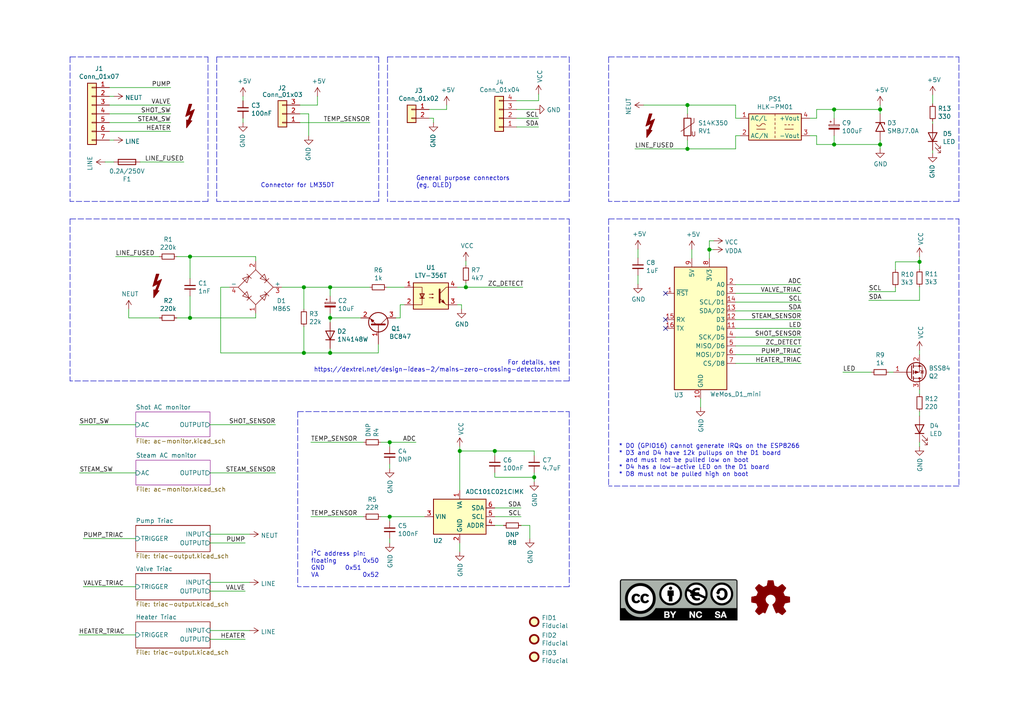
<source format=kicad_sch>
(kicad_sch (version 20201015) (generator eeschema)
  (paper "A4")
  (title_block (title "MadPresso controller") (date "2021-01-08") (rev "1.3"))
  (lib_symbols
    (symbol "Connector_Generic:Conn_01x02" (pin_names (offset 1.016) hide)
      (property "Reference" "J" (at 0 2.54 0))
      (property "Value" "Conn_01x02" (at 0 -5.08 0))
      (symbol "Conn_01x02_1_1"
        (pin passive line (at -5.08 0 0) (length 3.81) (name "Pin_1") (number "1"))
        (pin passive line (at -5.08 -2.54 0) (length 3.81) (name "Pin_2") (number "2"))
      )
    )
    (symbol "Connector_Generic:Conn_01x03" (pin_names (offset 1.016) hide)
      (property "Reference" "J" (at 0 5.08 0))
      (property "Value" "Conn_01x03" (at 0 -5.08 0))
      (symbol "Conn_01x03_1_1"
        (pin passive line (at -5.08 2.54 0) (length 3.81) (name "Pin_1") (number "1"))
        (pin passive line (at -5.08 0 0) (length 3.81) (name "Pin_2") (number "2"))
        (pin passive line (at -5.08 -2.54 0) (length 3.81) (name "Pin_3") (number "3"))
      )
    )
    (symbol "Connector_Generic:Conn_01x04" (pin_names (offset 1.016) hide)
      (property "Reference" "J" (at 0 5.08 0))
      (property "Value" "Conn_01x04" (at 0 -7.62 0))
      (symbol "Conn_01x04_1_1"
        (pin passive line (at -5.08 2.54 0) (length 3.81) (name "Pin_1") (number "1"))
        (pin passive line (at -5.08 0 0) (length 3.81) (name "Pin_2") (number "2"))
        (pin passive line (at -5.08 -2.54 0) (length 3.81) (name "Pin_3") (number "3"))
        (pin passive line (at -5.08 -5.08 0) (length 3.81) (name "Pin_4") (number "4"))
      )
    )
    (symbol "Connector_Generic:Conn_01x07" (pin_names (offset 1.016) hide)
      (property "Reference" "J" (at 0 10.16 0))
      (property "Value" "Conn_01x07" (at 0 -10.16 0))
      (symbol "Conn_01x07_1_1"
        (pin passive line (at -5.08 7.62 0) (length 3.81) (name "Pin_1") (number "1"))
        (pin passive line (at -5.08 5.08 0) (length 3.81) (name "Pin_2") (number "2"))
        (pin passive line (at -5.08 2.54 0) (length 3.81) (name "Pin_3") (number "3"))
        (pin passive line (at -5.08 0 0) (length 3.81) (name "Pin_4") (number "4"))
        (pin passive line (at -5.08 -2.54 0) (length 3.81) (name "Pin_5") (number "5"))
        (pin passive line (at -5.08 -5.08 0) (length 3.81) (name "Pin_6") (number "6"))
        (pin passive line (at -5.08 -7.62 0) (length 3.81) (name "Pin_7") (number "7"))
      )
    )
    (symbol "Converter_ACDC:HLK-PM01"
      (property "Reference" "PS" (at 0 5.08 0))
      (property "Value" "HLK-PM01" (at 0 -5.08 0))
      (symbol "HLK-PM01_1_1"
        (pin power_in line (at -10.16 2.54 0) (length 2.54) (name "AC/L") (number "1"))
        (pin power_in line (at -10.16 -2.54 0) (length 2.54) (name "AC/N") (number "2"))
        (pin power_out line (at 10.16 -2.54 180) (length 2.54) (name "-Vout") (number "3"))
        (pin power_out line (at 10.16 2.54 180) (length 2.54) (name "+Vout") (number "4"))
      )
    )
    (symbol "Device:C_Polarized_Small" (pin_numbers hide) (pin_names (offset 0.254) hide)
      (property "Reference" "C" (at 0.254 1.778 0))
      (property "Value" "C_Polarized_Small" (at 0.254 -2.032 0))
      (symbol "C_Polarized_Small_1_1"
        (pin passive line (at 0 2.54 270) (length 1.8542) (name "~") (number "1"))
        (pin passive line (at 0 -2.54 90) (length 1.8542) (name "~") (number "2"))
      )
    )
    (symbol "Device:C_Small" (pin_numbers hide) (pin_names (offset 0.254) hide)
      (property "Reference" "C" (at 0.254 1.778 0))
      (property "Value" "C_Small" (at 0.254 -2.032 0))
      (symbol "C_Small_1_1"
        (pin passive line (at 0 2.54 270) (length 2.032) (name "~") (number "1"))
        (pin passive line (at 0 -2.54 90) (length 2.032) (name "~") (number "2"))
      )
    )
    (symbol "Device:Fuse" (pin_numbers hide) (pin_names (offset 0))
      (property "Reference" "F" (at 2.032 0 90))
      (property "Value" "Fuse" (at -1.905 0 90))
      (symbol "Fuse_1_1"
        (pin passive line (at 0 3.81 270) (length 1.27) (name "~") (number "1"))
        (pin passive line (at 0 -3.81 90) (length 1.27) (name "~") (number "2"))
      )
    )
    (symbol "Device:LED" (pin_numbers hide) (pin_names (offset 1.016) hide)
      (property "Reference" "D" (at 0 2.54 0))
      (property "Value" "LED" (at 0 -2.54 0))
      (symbol "LED_1_1"
        (pin passive line (at -3.81 0 0) (length 2.54) (name "K") (number "1"))
        (pin passive line (at 3.81 0 180) (length 2.54) (name "A") (number "2"))
      )
    )
    (symbol "Device:R_Small" (pin_numbers hide) (pin_names (offset 0.254) hide)
      (property "Reference" "R" (at 0.762 0.508 0))
      (property "Value" "R_Small" (at 0.762 -1.016 0))
      (symbol "R_Small_1_1"
        (pin passive line (at 0 2.54 270) (length 0.762) (name "~") (number "1"))
        (pin passive line (at 0 -2.54 90) (length 0.762) (name "~") (number "2"))
      )
    )
    (symbol "Device:Varistor" (pin_numbers hide) (pin_names (offset 0))
      (property "Reference" "RV" (at 3.175 0 90))
      (property "Value" "Varistor" (at -3.175 0 90))
      (symbol "Varistor_0_0"
        (text "U" (at -1.778 -2.032 0) (effects (font (size 1.27 1.27))))
      )
      (symbol "Varistor_1_1"
        (pin passive line (at 0 3.81 270) (length 1.27) (name "~") (number "1"))
        (pin passive line (at 0 -3.81 90) (length 1.27) (name "~") (number "2"))
      )
    )
    (symbol "Diode:1N4148W" (pin_numbers hide) (pin_names (offset 1.016) hide)
      (property "Reference" "D" (at 0 2.54 0))
      (property "Value" "1N4148W" (at 0 -2.54 0))
      (symbol "1N4148W_1_1"
        (pin passive line (at -3.81 0 0) (length 2.54) (name "K") (number "1"))
        (pin passive line (at 3.81 0 180) (length 2.54) (name "A") (number "2"))
      )
    )
    (symbol "Diode:SM6T7V5A" (pin_numbers hide) (pin_names (offset 1.016) hide)
      (property "Reference" "D" (at 0 2.54 0))
      (property "Value" "SM6T7V5A" (at 0 -2.54 0))
      (symbol "SM6T7V5A_1_1"
        (pin passive line (at -3.81 0 0) (length 2.54) (name "A1") (number "1"))
        (pin passive line (at 3.81 0 180) (length 2.54) (name "A2") (number "2"))
      )
    )
    (symbol "Diode_Bridge:MB6S" (pin_names (offset 0))
      (property "Reference" "D" (at 2.54 6.985 0))
      (property "Value" "MB6S" (at 2.54 5.08 0))
      (symbol "MB6S_1_1"
        (pin passive line (at 0 -7.62 90) (length 2.54) (name "~~") (number "1"))
        (pin passive line (at 0 7.62 270) (length 2.54) (name "~~") (number "2"))
        (pin passive line (at 7.62 0 180) (length 2.54) (name "+") (number "3"))
        (pin passive line (at -7.62 0 0) (length 2.54) (name "-") (number "4"))
      )
    )
    (symbol "Graphic:Logo_Open_Hardware_Small" (pin_names (offset 1.016)))
    (symbol "Graphic:SYM_Flash_Small" (pin_names (offset 1.016)))
    (symbol "Isolator:LTV-356T" (pin_names (offset 1.016))
      (property "Reference" "U" (at -5.334 4.826 0))
      (property "Value" "LTV-356T" (at 0 5.08 0))
      (symbol "LTV-356T_1_1"
        (pin passive line (at -7.62 2.54 0) (length 2.54) (name "~") (number "1"))
        (pin passive line (at -7.62 -2.54 0) (length 2.54) (name "~") (number "2"))
        (pin passive line (at 7.62 -2.54 180) (length 2.54) (name "~") (number "3"))
        (pin passive line (at 7.62 2.54 180) (length 2.54) (name "~") (number "4"))
      )
    )
    (symbol "MCU_Module:WeMos_D1_mini"
      (property "Reference" "U" (at 3.81 19.05 0))
      (property "Value" "WeMos_D1_mini" (at 1.27 -19.05 0))
      (symbol "WeMos_D1_mini_1_1"
        (pin input line (at -10.16 10.16 0) (length 2.54) (name "~RST") (number "1"))
        (pin power_in line (at 0 -20.32 90) (length 2.54) (name "GND") (number "10"))
        (pin bidirectional line (at 10.16 0 180) (length 2.54) (name "D4") (number "11"))
        (pin bidirectional line (at 10.16 2.54 180) (length 2.54) (name "D3") (number "12"))
        (pin bidirectional line (at 10.16 5.08 180) (length 2.54) (name "SDA/D2") (number "13"))
        (pin bidirectional line (at 10.16 7.62 180) (length 2.54) (name "SCL/D1") (number "14"))
        (pin input line (at -10.16 2.54 0) (length 2.54) (name "RX") (number "15"))
        (pin output line (at -10.16 0 0) (length 2.54) (name "TX") (number "16"))
        (pin input line (at 10.16 12.7 180) (length 2.54) (name "A0") (number "2"))
        (pin bidirectional line (at 10.16 10.16 180) (length 2.54) (name "D0") (number "3"))
        (pin bidirectional line (at 10.16 -2.54 180) (length 2.54) (name "SCK/D5") (number "4"))
        (pin bidirectional line (at 10.16 -5.08 180) (length 2.54) (name "MISO/D6") (number "5"))
        (pin bidirectional line (at 10.16 -7.62 180) (length 2.54) (name "MOSI/D7") (number "6"))
        (pin bidirectional line (at 10.16 -10.16 180) (length 2.54) (name "CS/D8") (number "7"))
        (pin power_out line (at 2.54 20.32 270) (length 2.54) (name "3V3") (number "8"))
        (pin power_in line (at -2.54 20.32 270) (length 2.54) (name "5V") (number "9"))
      )
    )
    (symbol "MadPresso:ADC101C021CIMK_1"
      (property "Reference" "U" (at 3.81 11.43 0))
      (property "Value" "ADC101C021CIMK" (at 11.43 8.89 0))
      (symbol "ADC101C021CIMK_1_1_1"
        (pin power_in line (at 0 7.62 270) (length 2.54) (name "VA") (number "1"))
        (pin power_in line (at 0 -7.62 90) (length 2.54) (name "GND") (number "2"))
        (pin input line (at -10.16 0 0) (length 2.54) (name "VIN") (number "3"))
        (pin input line (at 10.16 -2.54 180) (length 2.54) (name "ADDR") (number "4"))
        (pin input line (at 10.16 0 180) (length 2.54) (name "SCL") (number "5"))
        (pin bidirectional line (at 10.16 2.54 180) (length 2.54) (name "SDA") (number "6"))
      )
    )
    (symbol "Mechanical:Fiducial"
      (property "Reference" "FID" (at 0 5.08 0))
      (property "Value" "Fiducial" (at 0 3.175 0))
    )
    (symbol "Transistor_BJT:BC847" (pin_names (offset 0) hide)
      (property "Reference" "Q" (at 5.08 1.905 0))
      (property "Value" "BC847" (at 5.08 0 0))
      (symbol "BC847_1_1"
        (pin input line (at -5.08 0 0) (length 5.715) (name "B") (number "1"))
        (pin passive line (at 2.54 -5.08 90) (length 2.54) (name "E") (number "2"))
        (pin passive line (at 2.54 5.08 270) (length 2.54) (name "C") (number "3"))
      )
    )
    (symbol "Transistor_FET:BSS84" (pin_names hide)
      (property "Reference" "Q" (at 5.08 1.905 0))
      (property "Value" "BSS84" (at 5.08 0 0))
      (symbol "BSS84_1_1"
        (pin input line (at -5.08 0 0) (length 2.54) (name "G") (number "1"))
        (pin passive line (at 2.54 -5.08 90) (length 2.54) (name "S") (number "2"))
        (pin passive line (at 2.54 5.08 270) (length 2.54) (name "D") (number "3"))
      )
    )
    (symbol "power:+5V" (power) (pin_names (offset 0))
      (property "Value" "+5V" (at 0 3.556 0))
      (symbol "+5V_1_1"
        (pin power_in line (at 0 0 90) (length 0) hide (name "+5V") (number "1"))
      )
    )
    (symbol "power:GND" (power) (pin_names (offset 0))
      (property "Value" "GND" (at 0 -3.81 0))
      (symbol "GND_1_1"
        (pin power_in line (at 0 0 270) (length 0) hide (name "GND") (number "1"))
      )
    )
    (symbol "power:LINE" (power) (pin_names (offset 0))
      (property "Value" "LINE" (at 0 3.81 0))
      (symbol "LINE_1_1"
        (pin power_in line (at 0 0 90) (length 0) hide (name "LINE") (number "1"))
      )
    )
    (symbol "power:NEUT" (power) (pin_names (offset 0))
      (property "Value" "NEUT" (at 0 3.81 0))
      (symbol "NEUT_1_1"
        (pin power_in line (at 0 0 90) (length 0) hide (name "NEUT") (number "1"))
      )
    )
    (symbol "power:VCC" (power) (pin_names (offset 0))
      (property "Value" "VCC" (at 0 3.81 0))
      (symbol "VCC_1_1"
        (pin power_in line (at 0 0 90) (length 0) hide (name "VCC") (number "1"))
      )
    )
    (symbol "power:VDDA" (power) (pin_names (offset 0))
      (property "Value" "VDDA" (at 0 3.81 0))
      (symbol "VDDA_1_1"
        (pin power_in line (at 0 0 90) (length 0) hide (name "VDDA") (number "1"))
      )
    )
  )
  (junction (at 55.118 74.422) (diameter 1.016))
  (junction (at 55.118 92.202) (diameter 1.016))
  (junction (at 88.138 83.312) (diameter 1.016))
  (junction (at 88.138 102.362) (diameter 1.016))
  (junction (at 95.758 83.312) (diameter 1.016))
  (junction (at 95.758 92.202) (diameter 1.016))
  (junction (at 95.758 102.362) (diameter 1.016))
  (junction (at 113.03 128.27) (diameter 1.016))
  (junction (at 113.03 149.86) (diameter 1.016))
  (junction (at 133.35 130.81) (diameter 1.016))
  (junction (at 135.128 83.312) (diameter 1.016))
  (junction (at 143.51 130.81) (diameter 1.016))
  (junction (at 154.94 138.43) (diameter 1.016))
  (junction (at 199.39 30.48) (diameter 1.016))
  (junction (at 199.39 43.18) (diameter 1.016))
  (junction (at 205.74 72.39) (diameter 1.016))
  (junction (at 241.935 31.75) (diameter 1.016))
  (junction (at 241.935 41.91) (diameter 1.016))
  (junction (at 255.27 31.75) (diameter 1.016))
  (junction (at 255.27 41.91) (diameter 1.016))
  (junction (at 266.7 75.946) (diameter 1.016))
  (no_connect (at 193.04 85.09))
  (no_connect (at 193.04 92.71))
  (no_connect (at 193.04 95.25))
  (wire (pts (xy 22.86 184.15) (xy 39.37 184.15)))
  (wire (pts (xy 23.0124 123.19) (xy 39.37 123.19)))
  (wire (pts (xy 23.0632 137.16) (xy 39.4208 137.16)))
  (wire (pts (xy 30.48 46.99) (xy 33.02 46.99)))
  (wire (pts (xy 31.75 25.4) (xy 49.53 25.4)))
  (wire (pts (xy 31.75 27.94) (xy 33.02 27.94)))
  (wire (pts (xy 31.75 30.48) (xy 49.53 30.48)))
  (wire (pts (xy 31.75 33.02) (xy 49.53 33.02)))
  (wire (pts (xy 31.75 35.56) (xy 49.53 35.56)))
  (wire (pts (xy 31.75 38.1) (xy 49.53 38.1)))
  (wire (pts (xy 31.75 40.64) (xy 33.02 40.64)))
  (wire (pts (xy 33.528 74.422) (xy 46.228 74.422)))
  (wire (pts (xy 37.338 92.202) (xy 37.338 89.662)))
  (wire (pts (xy 37.338 92.202) (xy 46.228 92.202)))
  (wire (pts (xy 39.37 156.21) (xy 24.13 156.21)))
  (wire (pts (xy 39.37 170.18) (xy 24.13 170.18)))
  (wire (pts (xy 40.64 46.99) (xy 53.34 46.99)))
  (wire (pts (xy 51.308 74.422) (xy 55.118 74.422)))
  (wire (pts (xy 51.308 92.202) (xy 55.118 92.202)))
  (wire (pts (xy 55.118 74.422) (xy 55.118 80.772)))
  (wire (pts (xy 55.118 74.422) (xy 74.168 74.422)))
  (wire (pts (xy 55.118 85.852) (xy 55.118 92.202)))
  (wire (pts (xy 55.118 92.202) (xy 74.168 92.202)))
  (wire (pts (xy 60.9092 123.19) (xy 79.9084 123.19)))
  (wire (pts (xy 60.96 137.16) (xy 79.9592 137.16)))
  (wire (pts (xy 60.96 154.94) (xy 72.39 154.94)))
  (wire (pts (xy 60.96 157.48) (xy 71.12 157.48)))
  (wire (pts (xy 60.96 168.91) (xy 72.39 168.91)))
  (wire (pts (xy 60.96 171.45) (xy 71.12 171.45)))
  (wire (pts (xy 60.96 182.88) (xy 72.39 182.88)))
  (wire (pts (xy 60.96 185.42) (xy 71.12 185.42)))
  (wire (pts (xy 64.008 83.312) (xy 64.008 102.362)))
  (wire (pts (xy 66.548 83.312) (xy 64.008 83.312)))
  (wire (pts (xy 70.485 27.94) (xy 70.485 29.21)))
  (wire (pts (xy 70.485 34.29) (xy 70.485 35.56)))
  (wire (pts (xy 74.168 74.422) (xy 74.168 75.692)))
  (wire (pts (xy 74.168 90.932) (xy 74.168 92.202)))
  (wire (pts (xy 81.788 83.312) (xy 88.138 83.312)))
  (wire (pts (xy 86.995 30.48) (xy 92.075 30.48)))
  (wire (pts (xy 86.995 33.02) (xy 89.535 33.02)))
  (wire (pts (xy 86.995 35.56) (xy 107.315 35.56)))
  (wire (pts (xy 88.138 83.312) (xy 88.138 89.662)))
  (wire (pts (xy 88.138 83.312) (xy 95.758 83.312)))
  (wire (pts (xy 88.138 94.742) (xy 88.138 102.362)))
  (wire (pts (xy 88.138 102.362) (xy 64.008 102.362)))
  (wire (pts (xy 88.138 102.362) (xy 95.758 102.362)))
  (wire (pts (xy 89.535 33.02) (xy 89.535 39.37)))
  (wire (pts (xy 90.17 128.27) (xy 105.41 128.27)))
  (wire (pts (xy 90.17 149.86) (xy 105.41 149.86)))
  (wire (pts (xy 92.075 30.48) (xy 92.075 27.94)))
  (wire (pts (xy 95.758 83.312) (xy 95.758 85.852)))
  (wire (pts (xy 95.758 83.312) (xy 107.188 83.312)))
  (wire (pts (xy 95.758 90.932) (xy 95.758 92.202)))
  (wire (pts (xy 95.758 92.202) (xy 95.758 93.472)))
  (wire (pts (xy 95.758 102.362) (xy 95.758 101.092)))
  (wire (pts (xy 95.758 102.362) (xy 109.728 102.362)))
  (wire (pts (xy 104.648 92.202) (xy 95.758 92.202)))
  (wire (pts (xy 109.728 102.362) (xy 109.728 99.822)))
  (wire (pts (xy 110.49 149.86) (xy 113.03 149.86)))
  (wire (pts (xy 112.268 83.312) (xy 117.348 83.312)))
  (wire (pts (xy 113.03 128.27) (xy 110.49 128.27)))
  (wire (pts (xy 113.03 128.27) (xy 113.03 129.54)))
  (wire (pts (xy 113.03 134.62) (xy 113.03 135.89)))
  (wire (pts (xy 113.03 149.86) (xy 113.03 151.13)))
  (wire (pts (xy 113.03 149.86) (xy 123.19 149.86)))
  (wire (pts (xy 113.03 156.21) (xy 113.03 157.48)))
  (wire (pts (xy 114.808 92.202) (xy 116.078 92.202)))
  (wire (pts (xy 116.078 88.392) (xy 116.078 92.202)))
  (wire (pts (xy 116.078 88.392) (xy 117.348 88.392)))
  (wire (pts (xy 120.65 128.27) (xy 113.03 128.27)))
  (wire (pts (xy 124.46 31.75) (xy 129.54 31.75)))
  (wire (pts (xy 124.46 34.29) (xy 125.73 34.29)))
  (wire (pts (xy 125.73 34.29) (xy 125.73 35.56)))
  (wire (pts (xy 129.54 31.75) (xy 129.54 30.48)))
  (wire (pts (xy 132.588 83.312) (xy 135.128 83.312)))
  (wire (pts (xy 132.588 88.392) (xy 133.858 88.392)))
  (wire (pts (xy 133.35 129.54) (xy 133.35 130.81)))
  (wire (pts (xy 133.35 130.81) (xy 133.35 142.24)))
  (wire (pts (xy 133.35 130.81) (xy 143.51 130.81)))
  (wire (pts (xy 133.35 157.48) (xy 133.35 160.02)))
  (wire (pts (xy 133.858 88.392) (xy 133.858 89.662)))
  (wire (pts (xy 135.128 76.962) (xy 135.128 75.692)))
  (wire (pts (xy 135.128 82.042) (xy 135.128 83.312)))
  (wire (pts (xy 135.128 83.312) (xy 151.638 83.312)))
  (wire (pts (xy 143.51 130.81) (xy 143.51 132.08)))
  (wire (pts (xy 143.51 130.81) (xy 154.94 130.81)))
  (wire (pts (xy 143.51 137.16) (xy 143.51 138.43)))
  (wire (pts (xy 143.51 138.43) (xy 154.94 138.43)))
  (wire (pts (xy 143.51 147.32) (xy 151.13 147.32)))
  (wire (pts (xy 143.51 149.86) (xy 151.13 149.86)))
  (wire (pts (xy 143.51 152.4) (xy 146.05 152.4)))
  (wire (pts (xy 149.86 29.21) (xy 156.21 29.21)))
  (wire (pts (xy 149.86 31.75) (xy 155.321 31.75)))
  (wire (pts (xy 149.86 34.29) (xy 156.21 34.29)))
  (wire (pts (xy 149.86 36.83) (xy 156.21 36.83)))
  (wire (pts (xy 151.13 152.4) (xy 153.67 152.4)))
  (wire (pts (xy 153.67 152.4) (xy 153.67 156.21)))
  (wire (pts (xy 154.94 130.81) (xy 154.94 132.08)))
  (wire (pts (xy 154.94 138.43) (xy 154.94 137.16)))
  (wire (pts (xy 154.94 138.43) (xy 154.94 139.7)))
  (wire (pts (xy 156.21 29.21) (xy 156.21 27.305)))
  (wire (pts (xy 184.15 43.18) (xy 199.39 43.18)))
  (wire (pts (xy 185.039 72.263) (xy 185.039 74.803)))
  (wire (pts (xy 185.039 79.883) (xy 185.039 82.423)))
  (wire (pts (xy 186.69 30.48) (xy 199.39 30.48)))
  (wire (pts (xy 199.39 30.48) (xy 213.36 30.48)))
  (wire (pts (xy 199.39 33.02) (xy 199.39 30.48)))
  (wire (pts (xy 199.39 43.18) (xy 199.39 40.64)))
  (wire (pts (xy 199.39 43.18) (xy 213.36 43.18)))
  (wire (pts (xy 200.66 72.39) (xy 200.66 74.93)))
  (wire (pts (xy 203.2 115.57) (xy 203.2 118.11)))
  (wire (pts (xy 205.74 69.85) (xy 207.01 69.85)))
  (wire (pts (xy 205.74 72.39) (xy 205.74 69.85)))
  (wire (pts (xy 205.74 72.39) (xy 205.74 74.93)))
  (wire (pts (xy 205.74 72.39) (xy 207.01 72.39)))
  (wire (pts (xy 213.36 34.29) (xy 213.36 30.48)))
  (wire (pts (xy 213.36 34.29) (xy 214.63 34.29)))
  (wire (pts (xy 213.36 39.37) (xy 213.36 43.18)))
  (wire (pts (xy 213.36 39.37) (xy 214.63 39.37)))
  (wire (pts (xy 213.36 82.55) (xy 232.41 82.55)))
  (wire (pts (xy 213.36 85.09) (xy 232.41 85.09)))
  (wire (pts (xy 213.36 87.63) (xy 232.41 87.63)))
  (wire (pts (xy 213.36 90.17) (xy 232.41 90.17)))
  (wire (pts (xy 213.36 92.71) (xy 232.41 92.71)))
  (wire (pts (xy 213.36 95.25) (xy 232.41 95.25)))
  (wire (pts (xy 213.36 97.79) (xy 232.41 97.79)))
  (wire (pts (xy 213.36 100.33) (xy 232.41 100.33)))
  (wire (pts (xy 213.36 102.87) (xy 232.41 102.87)))
  (wire (pts (xy 213.36 105.41) (xy 232.41 105.41)))
  (wire (pts (xy 234.95 34.29) (xy 236.855 34.29)))
  (wire (pts (xy 234.95 39.37) (xy 236.855 39.37)))
  (wire (pts (xy 236.855 31.75) (xy 236.855 34.29)))
  (wire (pts (xy 236.855 31.75) (xy 241.935 31.75)))
  (wire (pts (xy 236.855 39.37) (xy 236.855 41.91)))
  (wire (pts (xy 236.855 41.91) (xy 241.935 41.91)))
  (wire (pts (xy 241.935 31.75) (xy 241.935 34.29)))
  (wire (pts (xy 241.935 31.75) (xy 255.27 31.75)))
  (wire (pts (xy 241.935 39.37) (xy 241.935 41.91)))
  (wire (pts (xy 241.935 41.91) (xy 255.27 41.91)))
  (wire (pts (xy 244.475 107.95) (xy 252.73 107.95)))
  (wire (pts (xy 251.968 84.582) (xy 259.715 84.582)))
  (wire (pts (xy 251.968 87.122) (xy 266.7 87.122)) (stroke (width 0.1524)))
  (wire (pts (xy 255.27 31.75) (xy 255.27 30.48)))
  (wire (pts (xy 255.27 33.02) (xy 255.27 31.75)))
  (wire (pts (xy 255.27 40.64) (xy 255.27 41.91)))
  (wire (pts (xy 255.27 41.91) (xy 255.27 43.18)))
  (wire (pts (xy 257.81 107.95) (xy 259.08 107.95)))
  (wire (pts (xy 259.715 75.946) (xy 266.7 75.946)))
  (wire (pts (xy 259.715 78.232) (xy 259.715 75.946)))
  (wire (pts (xy 259.715 84.582) (xy 259.715 83.312)))
  (wire (pts (xy 266.7 74.422) (xy 266.7 75.946)))
  (wire (pts (xy 266.7 75.946) (xy 266.7 78.105)))
  (wire (pts (xy 266.7 83.185) (xy 266.7 87.122)))
  (wire (pts (xy 266.7 101.6) (xy 266.7 102.87)))
  (wire (pts (xy 266.7 113.03) (xy 266.7 114.3)))
  (wire (pts (xy 266.7 119.38) (xy 266.7 120.65)))
  (wire (pts (xy 266.7 128.27) (xy 266.7 129.54)))
  (wire (pts (xy 270.51 27.559) (xy 270.51 30.099)))
  (wire (pts (xy 270.51 35.179) (xy 270.51 35.941)))
  (wire (pts (xy 270.51 43.561) (xy 270.51 44.45)))
  (polyline (pts (xy 20.32 16.51) (xy 20.32 58.42)) (stroke (width 0) (type dash)))
  (polyline (pts (xy 20.32 16.51) (xy 60.325 16.51)) (stroke (width 0) (type dash)))
  (polyline (pts (xy 20.32 63.5) (xy 20.32 110.49)) (stroke (width 0) (type dash)))
  (polyline (pts (xy 20.32 63.5) (xy 165.1 63.5)) (stroke (width 0) (type dash)))
  (polyline (pts (xy 60.325 16.51) (xy 60.325 58.42)) (stroke (width 0) (type dash)))
  (polyline (pts (xy 60.325 58.42) (xy 20.32 58.42)) (stroke (width 0) (type dash)))
  (polyline (pts (xy 62.865 16.51) (xy 62.865 58.42)) (stroke (width 0) (type dash)))
  (polyline (pts (xy 62.865 16.51) (xy 109.855 16.51)) (stroke (width 0) (type dash)))
  (polyline (pts (xy 86.36 119.38) (xy 86.36 170.18)) (stroke (width 0) (type dash)))
  (polyline (pts (xy 86.36 119.38) (xy 165.1 119.38)) (stroke (width 0) (type dash)))
  (polyline (pts (xy 109.855 16.51) (xy 109.855 58.42)) (stroke (width 0) (type dash)))
  (polyline (pts (xy 109.855 58.42) (xy 62.865 58.42)) (stroke (width 0) (type dash)))
  (polyline (pts (xy 112.395 16.51) (xy 112.395 58.42)) (stroke (width 0) (type dash)))
  (polyline (pts (xy 112.395 16.51) (xy 165.1 16.51)) (stroke (width 0) (type dash)))
  (polyline (pts (xy 165.1 16.51) (xy 165.1 58.42)) (stroke (width 0) (type dash)))
  (polyline (pts (xy 165.1 58.42) (xy 112.395 58.42)) (stroke (width 0) (type dash)))
  (polyline (pts (xy 165.1 63.5) (xy 165.1 110.49)) (stroke (width 0) (type dash)))
  (polyline (pts (xy 165.1 110.49) (xy 20.32 110.49)) (stroke (width 0) (type dash)))
  (polyline (pts (xy 165.1 119.38) (xy 165.1 170.18)) (stroke (width 0) (type dash)))
  (polyline (pts (xy 165.1 170.18) (xy 86.36 170.18)) (stroke (width 0) (type dash)))
  (polyline (pts (xy 176.53 16.51) (xy 176.53 58.42)) (stroke (width 0) (type dash)))
  (polyline (pts (xy 176.53 16.51) (xy 278.13 16.51)) (stroke (width 0) (type dash)))
  (polyline (pts (xy 176.53 63.5) (xy 176.53 140.97)) (stroke (width 0) (type dash)))
  (polyline (pts (xy 176.53 63.5) (xy 278.13 63.5)) (stroke (width 0) (type dash)))
  (polyline (pts (xy 278.13 16.51) (xy 278.13 58.42)) (stroke (width 0) (type dash)))
  (polyline (pts (xy 278.13 58.42) (xy 176.53 58.42)) (stroke (width 0) (type dash)))
  (polyline (pts (xy 278.13 63.5) (xy 278.13 140.97)) (stroke (width 0) (type dash)))
  (polyline (pts (xy 278.13 140.97) (xy 176.53 140.97)) (stroke (width 0) (type dash)))
  (image (at 196.85 173.99))
  (text "Connector for LM35DT" (at 75.565 54.61 0) (effects (font (size 1.27 1.27)) (justify left bottom)))
  (text "I²C address pin:\nfloating 	0x50\nGND		0x51\nVA			0x52" (at 90.17 167.64 0) (effects (font (size 1.27 1.27)) (justify left bottom)))
  (text "General purpose connectors\n(eg, OLED)" (at 120.65 54.61 0) (effects (font (size 1.27 1.27)) (justify left bottom)))
  (text "For details, see\nhttps://dextrel.net/design-ideas-2/mains-zero-crossing-detector.html\n" (at 162.56 108.077 0) (effects (font (size 1.27 1.27)) (justify right bottom)))
  (text "* D0 (GPIO16) cannot generate IRQs on the ESP8266\n* D3 and D4 have 12k pullups on the D1 board\n  and must not be pulled low on boot\n* D4 has a low-active LED on the D1 board\n* D8 must not be pulled high on boot\n\n" (at 179.451 140.462 0) (effects (font (size 1.27 1.27)) (justify left bottom)))
  (label "HEATER_TRIAC" (at 22.86 184.15 0))
  (label "SHOT_SW" (at 23.0124 123.19 0))
  (label "STEAM_SW" (at 23.0632 137.16 0))
  (label "PUMP_TRIAC" (at 24.13 156.21 0))
  (label "VALVE_TRIAC" (at 24.13 170.18 0))
  (label "LINE_FUSED" (at 33.528 74.422 0))
  (label "PUMP" (at 49.53 25.4 180))
  (label "VALVE" (at 49.53 30.48 180))
  (label "SHOT_SW" (at 49.53 33.02 180))
  (label "STEAM_SW" (at 49.53 35.56 180))
  (label "HEATER" (at 49.53 38.1 180))
  (label "LINE_FUSED" (at 53.34 46.99 180))
  (label "PUMP" (at 71.12 157.48 180))
  (label "VALVE" (at 71.12 171.45 180))
  (label "HEATER" (at 71.12 185.42 180))
  (label "SHOT_SENSOR" (at 79.9084 123.19 180))
  (label "STEAM_SENSOR" (at 79.9592 137.16 180))
  (label "TEMP_SENSOR" (at 90.17 128.27 0))
  (label "TEMP_SENSOR" (at 90.17 149.86 0))
  (label "TEMP_SENSOR" (at 107.315 35.56 180))
  (label "ADC" (at 120.65 128.27 180))
  (label "ZC_DETECT" (at 141.478 83.312 0))
  (label "SDA" (at 151.13 147.32 180))
  (label "SCL" (at 151.13 149.86 180))
  (label "SCL" (at 156.21 34.29 180))
  (label "SDA" (at 156.21 36.83 180))
  (label "LINE_FUSED" (at 184.15 43.18 0))
  (label "ADC" (at 232.41 82.55 180))
  (label "VALVE_TRIAC" (at 232.41 85.09 180))
  (label "SCL" (at 232.41 87.63 180))
  (label "SDA" (at 232.41 90.17 180))
  (label "STEAM_SENSOR" (at 232.41 92.71 180))
  (label "LED" (at 232.41 95.25 180))
  (label "SHOT_SENSOR" (at 232.41 97.79 180))
  (label "ZC_DETECT" (at 232.41 100.33 180))
  (label "PUMP_TRIAC" (at 232.41 102.87 180))
  (label "HEATER_TRIAC" (at 232.41 105.41 180))
  (label "LED" (at 244.475 107.95 0))
  (label "SCL" (at 251.968 84.582 0))
  (label "SDA" (at 251.968 87.122 0))
  (symbol (lib_id "power:LINE") (at 30.48 46.99 90) (mirror x) (unit 1)
    (property "Reference" "#PWR04" (effects hide))
    (property "Value" "LINE" (at 26.0858 47.371 0))
  )
  (symbol (lib_id "power:NEUT") (at 33.02 27.94 270) (unit 1)
    (property "Reference" "#PWR02" (effects hide))
    (property "Value" "NEUT" (at 36.2712 28.321 90) (effects (justify left)))
  )
  (symbol (lib_id "power:LINE") (at 33.02 40.64 270) (unit 1)
    (property "Reference" "#PWR01" (effects hide))
    (property "Value" "LINE" (at 36.2712 41.021 90) (effects (justify left)))
  )
  (symbol (lib_id "power:NEUT") (at 37.338 89.662 0) (unit 1)
    (property "Reference" "#PWR03" (effects hide))
    (property "Value" "NEUT" (at 37.719 85.2678 0))
  )
  (symbol (lib_id "power:+5V") (at 70.485 27.94 0) (unit 1)
    (property "Reference" "#PWR05" (effects hide))
    (property "Value" "+5V" (at 70.866 23.5458 0))
  )
  (symbol (lib_id "power:NEUT") (at 72.39 154.94 270) (unit 1)
    (property "Reference" "#PWR0103" (effects hide))
    (property "Value" "NEUT" (at 75.6412 155.321 90) (effects (justify left)))
  )
  (symbol (lib_id "power:LINE") (at 72.39 168.91 270) (unit 1)
    (property "Reference" "#PWR0102" (effects hide))
    (property "Value" "LINE" (at 75.6412 169.291 90) (effects (justify left)))
  )
  (symbol (lib_id "power:LINE") (at 72.39 182.88 270) (unit 1)
    (property "Reference" "#PWR0101" (effects hide))
    (property "Value" "LINE" (at 75.6412 183.261 90) (effects (justify left)))
  )
  (symbol (lib_id "power:+5V") (at 92.075 27.94 0) (unit 1)
    (property "Reference" "#PWR010" (effects hide))
    (property "Value" "+5V" (at 92.456 23.5458 0))
  )
  (symbol (lib_id "power:+5V") (at 129.54 30.48 0) (unit 1)
    (property "Reference" "#PWR016" (effects hide))
    (property "Value" "+5V" (at 129.921 26.0858 0))
  )
  (symbol (lib_id "power:VCC") (at 133.35 129.54 0) (unit 1)
    (property "Reference" "#PWR011" (effects hide))
    (property "Value" "VCC" (at 133.731 126.2888 90) (effects (justify left)))
  )
  (symbol (lib_id "power:VCC") (at 135.128 75.692 0) (unit 1)
    (property "Reference" "#PWR014" (effects hide))
    (property "Value" "VCC" (at 135.509 71.2978 0))
  )
  (symbol (lib_id "power:VCC") (at 156.21 27.305 0) (unit 1)
    (property "Reference" "#PWR020" (effects hide))
    (property "Value" "VCC" (at 156.591 24.0538 90) (effects (justify left)))
  )
  (symbol (lib_id "power:+5V") (at 185.039 72.263 0) (unit 1)
    (property "Reference" "#PWR021" (effects hide))
    (property "Value" "+5V" (at 185.42 67.8688 0))
  )
  (symbol (lib_id "power:NEUT") (at 186.69 30.48 90) (mirror x) (unit 1)
    (property "Reference" "#PWR023" (effects hide))
    (property "Value" "NEUT" (at 182.2958 30.861 0))
  )
  (symbol (lib_id "power:+5V") (at 200.66 72.39 0) (unit 1)
    (property "Reference" "#PWR024" (effects hide))
    (property "Value" "+5V" (at 201.041 67.9958 0))
  )
  (symbol (lib_id "power:VCC") (at 207.01 69.85 270) (unit 1)
    (property "Reference" "#PWR026" (effects hide))
    (property "Value" "VCC" (at 210.2612 70.231 90) (effects (justify left)))
  )
  (symbol (lib_id "power:VDDA") (at 207.01 72.39 270) (unit 1)
    (property "Reference" "#PWR027" (effects hide))
    (property "Value" "VDDA" (at 210.2612 72.771 90) (effects (justify left)))
  )
  (symbol (lib_id "power:+5V") (at 255.27 30.48 0) (unit 1)
    (property "Reference" "#PWR028" (effects hide))
    (property "Value" "+5V" (at 255.651 26.0858 0))
  )
  (symbol (lib_id "power:VCC") (at 266.7 74.422 0) (unit 1)
    (property "Reference" "#PWR030" (effects hide))
    (property "Value" "VCC" (at 267.081 71.1708 90) (effects (justify left)))
  )
  (symbol (lib_id "power:VCC") (at 266.7 101.6 0) (unit 1)
    (property "Reference" "#PWR031" (effects hide))
    (property "Value" "VCC" (at 267.081 98.3488 90) (effects (justify left)))
  )
  (symbol (lib_id "power:+5V") (at 270.51 27.559 0) (unit 1)
    (property "Reference" "#PWR033" (effects hide))
    (property "Value" "+5V" (at 270.891 23.1648 0))
  )
  (symbol (lib_id "power:GND") (at 70.485 35.56 0) (mirror y) (unit 1)
    (property "Reference" "#PWR06" (effects hide))
    (property "Value" "GND" (at 70.358 38.8112 90) (effects (justify right)))
  )
  (symbol (lib_id "power:GND") (at 89.535 39.37 0) (mirror y) (unit 1)
    (property "Reference" "#PWR09" (effects hide))
    (property "Value" "GND" (at 89.408 42.6212 90) (effects (justify right)))
  )
  (symbol (lib_id "power:GND") (at 113.03 135.89 0) (unit 1)
    (property "Reference" "#PWR07" (effects hide))
    (property "Value" "GND" (at 113.157 139.1412 90) (effects (justify right)))
  )
  (symbol (lib_id "power:GND") (at 113.03 157.48 0) (unit 1)
    (property "Reference" "#PWR08" (effects hide))
    (property "Value" "GND" (at 113.157 160.7312 90) (effects (justify right)))
  )
  (symbol (lib_id "power:GND") (at 125.73 35.56 0) (mirror y) (unit 1)
    (property "Reference" "#PWR015" (effects hide))
    (property "Value" "GND" (at 125.603 38.8112 90) (effects (justify right)))
  )
  (symbol (lib_id "power:GND") (at 133.35 160.02 0) (unit 1)
    (property "Reference" "#PWR012" (effects hide))
    (property "Value" "GND" (at 133.477 163.2712 90) (effects (justify right)))
  )
  (symbol (lib_id "power:GND") (at 133.858 89.662 0) (unit 1)
    (property "Reference" "#PWR013" (effects hide))
    (property "Value" "GND" (at 133.985 94.0562 0))
  )
  (symbol (lib_id "power:GND") (at 153.67 156.21 0) (unit 1)
    (property "Reference" "#PWR017" (effects hide))
    (property "Value" "GND" (at 153.797 159.4612 90) (effects (justify right)))
  )
  (symbol (lib_id "power:GND") (at 154.94 139.7 0) (unit 1)
    (property "Reference" "#PWR018" (effects hide))
    (property "Value" "GND" (at 155.067 142.9512 90) (effects (justify right)))
  )
  (symbol (lib_id "power:GND") (at 155.321 31.75 90) (mirror x) (unit 1)
    (property "Reference" "#PWR019" (effects hide))
    (property "Value" "GND" (at 158.5722 31.877 90) (effects (justify right)))
  )
  (symbol (lib_id "power:GND") (at 185.039 82.423 0) (unit 1)
    (property "Reference" "#PWR022" (effects hide))
    (property "Value" "GND" (at 185.166 86.8172 0))
  )
  (symbol (lib_id "power:GND") (at 203.2 118.11 0) (unit 1)
    (property "Reference" "#PWR025" (effects hide))
    (property "Value" "GND" (at 203.327 121.3612 90) (effects (justify right)))
  )
  (symbol (lib_id "power:GND") (at 255.27 43.18 0) (unit 1)
    (property "Reference" "#PWR029" (effects hide))
    (property "Value" "GND" (at 255.397 47.5742 0))
  )
  (symbol (lib_id "power:GND") (at 266.7 129.54 0) (unit 1)
    (property "Reference" "#PWR032" (effects hide))
    (property "Value" "GND" (at 266.827 132.7912 90) (effects (justify right)))
  )
  (symbol (lib_id "power:GND") (at 270.51 44.45 0) (mirror y) (unit 1)
    (property "Reference" "#PWR034" (effects hide))
    (property "Value" "GND" (at 270.383 47.7012 90) (effects (justify right)))
  )
  (symbol (lib_id "Mechanical:Fiducial") (at 154.94 180.34 0) (unit 1) (in_bom no)
    (property "Reference" "FID1" (at 157.0991 179.1906 0) (effects (justify left)))
    (property "Value" "Fiducial" (at 157.0991 181.4893 0) (effects (justify left)))
    (property "Footprint" "Fiducial:Fiducial_0.5mm_Mask1mm" (effects hide))
  )
  (symbol (lib_id "Mechanical:Fiducial") (at 154.94 185.42 0) (unit 1) (in_bom no)
    (property "Reference" "FID2" (at 157.0991 184.2706 0) (effects (justify left)))
    (property "Value" "Fiducial" (at 157.0991 186.5693 0) (effects (justify left)))
    (property "Footprint" "Fiducial:Fiducial_0.5mm_Mask1mm" (effects hide))
  )
  (symbol (lib_id "Mechanical:Fiducial") (at 154.94 190.5 0) (unit 1) (in_bom no)
    (property "Reference" "FID3" (at 157.0991 189.3506 0) (effects (justify left)))
    (property "Value" "Fiducial" (at 157.0991 191.6493 0) (effects (justify left)))
    (property "Footprint" "Fiducial:Fiducial_0.5mm_Mask1mm" (effects hide))
  )
  (symbol (lib_id "Device:R_Small") (at 48.768 74.422 90) (unit 1)
    (property "Reference" "R1" (at 48.768 69.4436 90))
    (property "Value" "220k" (at 48.768 71.755 90))
    (property "Footprint" "Resistor_SMD:R_1206_3216Metric_Pad1.30x1.75mm_HandSolder" (effects hide))
  )
  (symbol (lib_id "Device:R_Small") (at 48.768 92.202 90) (unit 1)
    (property "Reference" "R2" (at 48.768 87.2236 90))
    (property "Value" "220k" (at 48.768 89.535 90))
    (property "Footprint" "Resistor_SMD:R_1206_3216Metric_Pad1.30x1.75mm_HandSolder" (effects hide))
  )
  (symbol (lib_id "Device:R_Small") (at 88.138 92.202 180) (unit 1)
    (property "Reference" "R3" (at 89.6366 91.0336 0) (effects (justify right)))
    (property "Value" "22k" (at 89.6366 93.345 0) (effects (justify right)))
    (property "Footprint" "Resistor_SMD:R_0603_1608Metric_Pad0.98x0.95mm_HandSolder" (effects hide))
  )
  (symbol (lib_id "Device:R_Small") (at 107.95 128.27 90) (mirror x) (unit 1)
    (property "Reference" "R4" (at 109.1184 126.7714 0) (effects (justify right)))
    (property "Value" "DNP" (at 106.807 126.7714 0) (effects (justify right)))
    (property "Footprint" "Resistor_SMD:R_0603_1608Metric_Pad0.98x0.95mm_HandSolder" (effects hide))
  )
  (symbol (lib_id "Device:R_Small") (at 107.95 149.86 270) (unit 1)
    (property "Reference" "R5" (at 107.95 144.8816 90))
    (property "Value" "22R" (at 107.95 147.193 90))
    (property "Footprint" "Resistor_SMD:R_0603_1608Metric_Pad0.98x0.95mm_HandSolder" (effects hide))
  )
  (symbol (lib_id "Device:R_Small") (at 109.728 83.312 270) (unit 1)
    (property "Reference" "R6" (at 109.728 78.3336 90))
    (property "Value" "1k" (at 109.728 80.645 90))
    (property "Footprint" "Resistor_SMD:R_0603_1608Metric_Pad0.98x0.95mm_HandSolder" (effects hide))
  )
  (symbol (lib_id "Device:R_Small") (at 135.128 79.502 180) (unit 1)
    (property "Reference" "R7" (at 136.6266 78.3336 0) (effects (justify right)))
    (property "Value" "4k7" (at 136.6266 80.645 0) (effects (justify right)))
    (property "Footprint" "Resistor_SMD:R_0603_1608Metric_Pad0.98x0.95mm_HandSolder" (effects hide))
  )
  (symbol (lib_id "Device:R_Small") (at 148.59 152.4 90) (unit 1)
    (property "Reference" "R8" (at 148.59 157.3784 90))
    (property "Value" "DNP" (at 148.59 155.067 90))
    (property "Footprint" "Resistor_SMD:R_0603_1608Metric_Pad0.98x0.95mm_HandSolder" (effects hide))
  )
  (symbol (lib_id "Device:R_Small") (at 255.27 107.95 90) (mirror x) (unit 1)
    (property "Reference" "R9" (at 255.27 102.9716 90))
    (property "Value" "1k" (at 255.27 105.283 90))
    (property "Footprint" "Resistor_SMD:R_0603_1608Metric_Pad0.98x0.95mm_HandSolder" (effects hide))
  )
  (symbol (lib_id "Device:R_Small") (at 259.715 80.772 180) (unit 1)
    (property "Reference" "R10" (at 261.2136 79.6036 0) (effects (justify right)))
    (property "Value" "3k3" (at 261.2136 81.915 0) (effects (justify right)))
    (property "Footprint" "Resistor_SMD:R_0603_1608Metric_Pad0.98x0.95mm_HandSolder" (effects hide))
  )
  (symbol (lib_id "Device:R_Small") (at 266.7 80.645 180) (unit 1)
    (property "Reference" "R11" (at 268.1986 79.4766 0) (effects (justify right)))
    (property "Value" "3k3" (at 268.1986 81.788 0) (effects (justify right)))
    (property "Footprint" "Resistor_SMD:R_0603_1608Metric_Pad0.98x0.95mm_HandSolder" (effects hide))
  )
  (symbol (lib_id "Device:R_Small") (at 266.7 116.84 180) (unit 1)
    (property "Reference" "R12" (at 268.1986 115.6716 0) (effects (justify right)))
    (property "Value" "220" (at 268.1986 117.983 0) (effects (justify right)))
    (property "Footprint" "Resistor_SMD:R_0603_1608Metric_Pad0.98x0.95mm_HandSolder" (effects hide))
  )
  (symbol (lib_id "Device:R_Small") (at 270.51 32.639 180) (unit 1)
    (property "Reference" "R13" (at 272.0086 31.4706 0) (effects (justify right)))
    (property "Value" "330" (at 272.0086 33.782 0) (effects (justify right)))
    (property "Footprint" "Resistor_SMD:R_0603_1608Metric_Pad0.98x0.95mm_HandSolder" (effects hide))
  )
  (symbol (lib_id "Device:Fuse") (at 36.83 46.99 90) (mirror x) (unit 1)
    (property "Reference" "F1" (at 36.83 51.9622 90))
    (property "Value" "0.2A/250V" (at 36.83 49.657 90))
    (property "Footprint" "Fuse:Fuseholder_Cylinder-5x20mm_Schurter_0031_8201_Horizontal_Open" (effects hide))
  )
  (symbol (lib_id "Device:C_Polarized_Small") (at 95.758 88.392 0) (unit 1)
    (property "Reference" "C2" (at 97.9932 87.2236 0) (effects (justify left)))
    (property "Value" "10uF" (at 97.9932 89.535 0) (effects (justify left)))
    (property "Footprint" "Capacitor_SMD:C_0603_1608Metric_Pad1.08x0.95mm_HandSolder" (effects hide))
  )
  (symbol (lib_id "Device:C_Polarized_Small") (at 241.935 36.83 0) (unit 1)
    (property "Reference" "C9" (at 244.1702 35.6616 0) (effects (justify left)))
    (property "Value" "100uF" (at 244.1702 37.973 0) (effects (justify left)))
    (property "Footprint" "Capacitor_SMD:C_1206_3216Metric_Pad1.33x1.80mm_HandSolder" (effects hide))
  )
  (symbol (lib_id "Graphic:SYM_Flash_Small") (at 45.593 83.312 0) (unit 1)
    (property "Reference" "#SYM?" (effects hide))
    (property "Value" "SYM_Flash_Small" (effects hide))
  )
  (symbol (lib_id "Graphic:SYM_Flash_Small") (at 55.118 34.036 0) (unit 1)
    (property "Reference" "#SYM?" (effects hide))
    (property "Value" "SYM_Flash_Small" (effects hide))
  )
  (symbol (lib_id "Graphic:SYM_Flash_Small") (at 188.595 36.83 0) (unit 1)
    (property "Reference" "#SYM?" (effects hide))
    (property "Value" "SYM_Flash_Small" (effects hide))
  )
  (symbol (lib_id "Device:C_Small") (at 55.118 83.312 0) (unit 1)
    (property "Reference" "C1" (at 57.4548 82.1436 0) (effects (justify left)))
    (property "Value" "1nF" (at 57.4548 84.455 0) (effects (justify left)))
    (property "Footprint" "Capacitor_SMD:C_0603_1608Metric_Pad1.08x0.95mm_HandSolder" (effects hide))
  )
  (symbol (lib_id "Device:C_Small") (at 70.485 31.75 0) (unit 1)
    (property "Reference" "C3" (at 72.8218 30.5816 0) (effects (justify left)))
    (property "Value" "100nF" (at 72.8218 32.893 0) (effects (justify left)))
    (property "Footprint" "Capacitor_SMD:C_0603_1608Metric_Pad1.08x0.95mm_HandSolder" (effects hide))
  )
  (symbol (lib_id "Device:C_Small") (at 113.03 132.08 0) (unit 1)
    (property "Reference" "C4" (at 115.3668 130.9116 0) (effects (justify left)))
    (property "Value" "DNP" (at 115.3668 133.223 0) (effects (justify left)))
    (property "Footprint" "Capacitor_SMD:C_0603_1608Metric_Pad1.08x0.95mm_HandSolder" (effects hide))
  )
  (symbol (lib_id "Device:C_Small") (at 113.03 153.67 0) (unit 1)
    (property "Reference" "C5" (at 115.3668 152.5016 0) (effects (justify left)))
    (property "Value" "100nF" (at 115.3668 154.813 0) (effects (justify left)))
    (property "Footprint" "Capacitor_SMD:C_0603_1608Metric_Pad1.08x0.95mm_HandSolder" (effects hide))
  )
  (symbol (lib_id "Device:C_Small") (at 143.51 134.62 0) (unit 1)
    (property "Reference" "C6" (at 145.8468 133.4516 0) (effects (justify left)))
    (property "Value" "100nF" (at 145.8468 135.763 0) (effects (justify left)))
    (property "Footprint" "Capacitor_SMD:C_0603_1608Metric_Pad1.08x0.95mm_HandSolder" (effects hide))
  )
  (symbol (lib_id "Device:C_Small") (at 154.94 134.62 0) (unit 1)
    (property "Reference" "C7" (at 157.2768 133.4516 0) (effects (justify left)))
    (property "Value" "4.7uF" (at 157.2768 135.763 0) (effects (justify left)))
    (property "Footprint" "Capacitor_SMD:C_0603_1608Metric_Pad1.08x0.95mm_HandSolder" (effects hide))
  )
  (symbol (lib_id "Device:C_Small") (at 185.039 77.343 0) (unit 1)
    (property "Reference" "C8" (at 187.3758 76.1746 0) (effects (justify left)))
    (property "Value" "1uF" (at 187.3758 78.486 0) (effects (justify left)))
    (property "Footprint" "Capacitor_SMD:C_0603_1608Metric_Pad1.08x0.95mm_HandSolder" (effects hide))
  )
  (symbol (lib_id "Diode:1N4148W") (at 95.758 97.282 90) (unit 1)
    (property "Reference" "D2" (at 97.79 96.1136 90) (effects (justify right)))
    (property "Value" "1N4148W" (at 97.79 98.425 90) (effects (justify right)))
    (property "Footprint" "Diode_SMD:D_SOD-123" (effects hide))
    (property "Datasheet" "https://www.vishay.com/docs/85748/1n4148w.pdf" (effects hide))
  )
  (symbol (lib_id "Diode:SM6T7V5A") (at 255.27 36.83 270) (unit 1)
    (property "Reference" "D3" (at 257.302 35.6616 90) (effects (justify left)))
    (property "Value" "SMBJ7.0A" (at 257.302 37.973 90) (effects (justify left)))
    (property "Footprint" "Diode_SMD:D_SMB" (effects hide))
    (property "Datasheet" "https://www.st.com/resource/en/datasheet/sm6t.pdf" (effects hide))
  )
  (symbol (lib_id "Device:LED") (at 266.7 124.46 90) (unit 1)
    (property "Reference" "D4" (at 269.6211 123.5011 90) (effects (justify right)))
    (property "Value" "LED" (at 269.6211 125.7998 90) (effects (justify right)))
    (property "Footprint" "LED_SMD:LED_0805_2012Metric_Pad1.15x1.40mm_HandSolder" (effects hide))
  )
  (symbol (lib_id "Device:LED") (at 270.51 39.751 90) (unit 1)
    (property "Reference" "D5" (at 273.4311 38.7921 90) (effects (justify right)))
    (property "Value" "LED" (at 273.4311 41.0908 90) (effects (justify right)))
    (property "Footprint" "LED_SMD:LED_0805_2012Metric_Pad1.15x1.40mm_HandSolder" (effects hide))
  )
  (symbol (lib_id "Device:Varistor") (at 199.39 36.83 0) (mirror y) (unit 1)
    (property "Reference" "RV1" (at 202.4634 37.9984 0) (effects (justify right)))
    (property "Value" "S14K350" (at 202.4634 35.687 0) (effects (justify right)))
    (property "Footprint" "Varistor:RV_Disc_D15.5mm_W3.9mm_P7.5mm" (effects hide))
  )
  (symbol (lib_id "Connector_Generic:Conn_01x02") (at 119.38 31.75 0) (mirror y) (unit 1)
    (property "Reference" "J3" (at 121.412 26.2698 0))
    (property "Value" "Conn_01x02" (at 121.412 28.5685 0))
    (property "Footprint" "Connector_PinHeader_2.54mm:PinHeader_1x02_P2.54mm_Vertical" (effects hide))
  )
  (symbol (lib_id "Connector_Generic:Conn_01x03") (at 81.915 33.02 180) (unit 1)
    (property "Reference" "J2" (at 81.788 25.5332 0))
    (property "Value" "Conn_01x03" (at 81.915 27.4509 0))
    (property "Footprint" "Connector_JST:JST_PH_S3B-PH-K_1x03_P2.00mm_Horizontal" (effects hide))
  )
  (symbol (lib_id "Connector_Generic:Conn_01x04") (at 144.78 34.29 180) (unit 1)
    (property "Reference" "J4" (at 144.907 23.8952 0))
    (property "Value" "Conn_01x04" (at 144.907 26.0415 0))
    (property "Footprint" "Connector_JST:JST_PH_S4B-PH-K_1x04_P2.00mm_Horizontal" (effects hide))
  )
  (symbol (lib_id "Transistor_BJT:BC847") (at 109.728 94.742 270) (mirror x) (unit 1)
    (property "Reference" "Q1" (at 114.808 95.3008 90))
    (property "Value" "BC847" (at 116.078 97.6122 90))
    (property "Footprint" "Package_TO_SOT_SMD:SOT-23" (effects hide))
    (property "Datasheet" "http://www.infineon.com/dgdl/Infineon-BC847SERIES_BC848SERIES_BC849SERIES_BC850SERIES-DS-v01_01-en.pdf?fileId=db3a304314dca389011541d4630a1657" (effects hide))
  )
  (symbol (lib_id "Transistor_FET:BSS84") (at 264.16 107.95 0) (mirror x) (unit 1)
    (property "Reference" "Q2" (at 269.3671 109.0994 0) (effects (justify left)))
    (property "Value" "BSS84" (at 269.3671 106.8007 0) (effects (justify left)))
    (property "Footprint" "Package_TO_SOT_SMD:SOT-23" (effects hide))
    (property "Datasheet" "http://assets.nexperia.com/documents/data-sheet/BSS84.pdf" (effects hide))
  )
  (symbol (lib_id "Graphic:Logo_Open_Hardware_Small") (at 223.52 173.99 0) (unit 1)
    (property "Reference" "#LOGO?" (effects hide))
    (property "Value" "Logo_Open_Hardware_Small" (effects hide))
  )
  (symbol (lib_id "Connector_Generic:Conn_01x07") (at 26.67 33.02 0) (mirror y) (unit 1)
    (property "Reference" "J1" (at 28.7528 19.8882 0))
    (property "Value" "Conn_01x07" (at 28.7528 22.1996 0))
    (property "Footprint" "Connector_Phoenix_MSTB:PhoenixContact_MSTBA_2,5_7-G-5,08_1x07_P5.08mm_Horizontal" (effects hide))
  )
  (symbol (lib_id "Isolator:LTV-356T") (at 124.968 85.852 0) (unit 1)
    (property "Reference" "U1" (at 124.968 77.597 0))
    (property "Value" "LTV-356T" (at 124.968 79.9084 0))
    (property "Footprint" "Package_SO:SO-4_4.4x3.6mm_P2.54mm" (effects hide))
    (property "Datasheet" "http://optoelectronics.liteon.com/upload/download/DS70-2001-010/S_110_LTV-356T%2020140520.pdf" (effects hide))
  )
  (symbol (lib_id "Converter_ACDC:HLK-PM01") (at 224.79 36.83 0) (unit 1)
    (property "Reference" "PS1" (at 224.79 28.7082 0))
    (property "Value" "HLK-PM01" (at 224.79 31.0069 0))
    (property "Footprint" "Converter_ACDC:Converter_ACDC_HiLink_HLK-PMxx" (effects hide))
    (property "Datasheet" "http://www.hlktech.net/product_detail.php?ProId=54" (effects hide))
  )
  (symbol (lib_id "Diode_Bridge:MB6S") (at 74.168 83.312 0) (unit 1)
    (property "Reference" "D1" (at 80.2641 87.2426 0) (effects (justify left)))
    (property "Value" "MB6S" (at 78.9941 89.5413 0) (effects (justify left)))
    (property "Footprint" "Package_TO_SOT_SMD:TO-269AA" (effects hide))
    (property "Datasheet" "http://www.vishay.com/docs/88573/dfs.pdf" (effects hide))
  )
  (symbol (lib_name "MadPresso:ADC101C021CIMK_1") (lib_id "MadPresso:ADC101C021CIMK") (at 133.35 149.86 0) (unit 1)
    (property "Reference" "U2" (at 127 156.8258 0))
    (property "Value" "ADC101C021CIMK" (at 143.51 142.6145 0))
    (property "Footprint" "Package_TO_SOT_SMD:SOT-23-6_Handsoldering" (effects hide))
    (property "Datasheet" "https://www.ti.com/lit/ds/symlink/adc101c021.pdf" (effects hide))
  )
  (symbol (lib_id "MCU_Module:WeMos_D1_mini") (at 203.2 95.25 0) (unit 1)
    (property "Reference" "U3" (at 196.85 114.5604 0))
    (property "Value" "WeMos_D1_mini" (at 213.36 114.3191 0))
    (property "Footprint" "Module:WEMOS_D1_mini_light" (effects hide))
    (property "Datasheet" "https://wiki.wemos.cc/products:d1:d1_mini#documentation" (effects hide))
  )
  (sheet (at 39.37 180.34) (size 21.59 7.62)
    (property "Sheet name" "Heater Triac" (at 39.37 179.704 0) (effects (justify left bottom)))
    (property "Sheet file" "triac-output.kicad_sch" (at 39.37 188.4685 0) (effects (justify left top)))
    (pin "OUTPUT" output (at 60.96 185.42 0))
    (pin "TRIGGER" input (at 39.37 184.15 180))
    (pin "INPUT" input (at 60.96 182.88 0))
  )
  (sheet (at 39.37 152.4) (size 21.59 7.62)
    (property "Sheet name" "Pump Triac" (at 39.37 151.764 0) (effects (justify left bottom)))
    (property "Sheet file" "triac-output.kicad_sch" (at 39.37 160.5285 0) (effects (justify left top)))
    (pin "OUTPUT" output (at 60.96 157.48 0))
    (pin "TRIGGER" input (at 39.37 156.21 180))
    (pin "INPUT" input (at 60.96 154.94 0))
  )
  (sheet (at 39.37 119.4816) (size 21.5392 7.2136) (stroke (width 0.001) (color 132 0 132 1)) (fill (color 255 255 255 0.0000))
    (property "Sheet name" "Shot AC monitor" (at 39.3702 118.846 0) (effects (justify left bottom)))
    (property "Sheet file" "ac-monitor.kicad_sch" (at 39.37 127.2041 0) (effects (justify left top)))
    (pin "AC" input (at 39.37 123.19 180))
    (pin "OUTPUT" output (at 60.9092 123.19 0))
  )
  (sheet (at 39.4208 133.4516) (size 21.5392 7.2136) (stroke (width 0.001) (color 132 0 132 1)) (fill (color 255 255 255 0.0000))
    (property "Sheet name" "Steam AC monitor" (at 39.421 132.816 0) (effects (justify left bottom)))
    (property "Sheet file" "ac-monitor.kicad_sch" (at 39.4208 141.1741 0) (effects (justify left top)))
    (pin "AC" input (at 39.4208 137.16 180))
    (pin "OUTPUT" output (at 60.96 137.16 0))
  )
  (sheet (at 39.37 166.37) (size 21.59 7.62)
    (property "Sheet name" "Valve Triac" (at 39.37 165.734 0) (effects (justify left bottom)))
    (property "Sheet file" "triac-output.kicad_sch" (at 39.37 174.4985 0) (effects (justify left top)))
    (pin "OUTPUT" output (at 60.96 171.45 0))
    (pin "TRIGGER" input (at 39.37 170.18 180))
    (pin "INPUT" input (at 60.96 168.91 0))
  )
)
</source>
